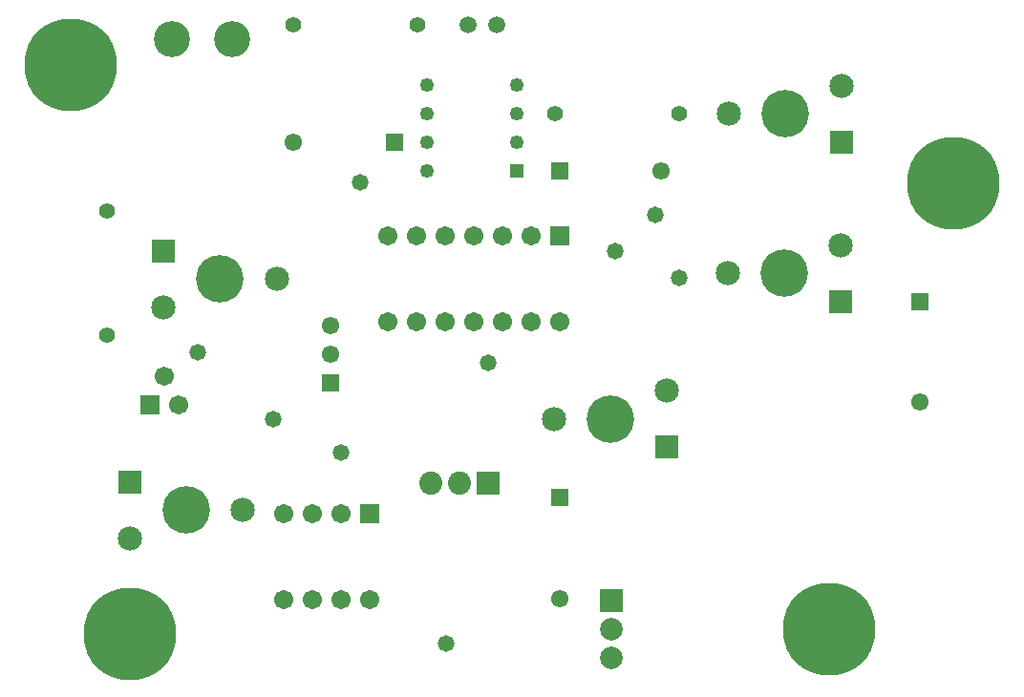
<source format=gbr>
%TF.GenerationSoftware,Altium Limited,Altium Designer,25.1.2 (22)*%
G04 Layer_Color=16711935*
%FSLAX25Y25*%
%MOIN*%
%TF.SameCoordinates,C6B27E67-7A8A-4C38-9DB9-D7D7B609FA95*%
%TF.FilePolarity,Negative*%
%TF.FileFunction,Soldermask,Bot*%
%TF.Part,Single*%
G01*
G75*
%TA.AperFunction,ComponentPad*%
%ADD19R,0.04921X0.04921*%
%ADD20C,0.04921*%
%ADD23R,0.08071X0.08071*%
%ADD24C,0.08071*%
%ADD27R,0.07874X0.07874*%
%ADD28C,0.07874*%
%ADD34R,0.06102X0.06102*%
%ADD35C,0.06102*%
%ADD48C,0.12611*%
%ADD49C,0.05918*%
%ADD50C,0.05524*%
%ADD51R,0.06706X0.06706*%
%ADD52C,0.06706*%
%ADD53C,0.06115*%
%ADD54R,0.06115X0.06115*%
%ADD55C,0.16548*%
%ADD56C,0.08477*%
%ADD57R,0.08477X0.08477*%
%ADD58C,0.06700*%
%ADD59R,0.06700X0.06700*%
%ADD60R,0.06115X0.06115*%
%TA.AperFunction,ViaPad*%
%ADD61C,0.32296*%
%ADD62C,0.05800*%
D19*
X245153Y197000D02*
D03*
D20*
Y207000D02*
D03*
Y217000D02*
D03*
Y227000D02*
D03*
X213894D02*
D03*
Y217000D02*
D03*
Y207000D02*
D03*
Y197000D02*
D03*
D23*
X235394Y88126D02*
D03*
D24*
X225394D02*
D03*
X215394D02*
D03*
D27*
X278394Y47000D02*
D03*
D28*
Y37000D02*
D03*
Y27000D02*
D03*
D34*
X385827Y151339D02*
D03*
D35*
Y116378D02*
D03*
D48*
X125000Y243110D02*
D03*
X145866D02*
D03*
D49*
X238189Y248031D02*
D03*
X228189D02*
D03*
D50*
X167323D02*
D03*
X210630D02*
D03*
X102362Y183071D02*
D03*
Y139764D02*
D03*
X258740Y217000D02*
D03*
X302047D02*
D03*
D51*
X260394Y174500D02*
D03*
X193894Y77500D02*
D03*
D52*
X250394Y174500D02*
D03*
X240394D02*
D03*
X230394D02*
D03*
X220394D02*
D03*
X210394D02*
D03*
X200394D02*
D03*
X260394Y144500D02*
D03*
X250394D02*
D03*
X240394D02*
D03*
X230394D02*
D03*
X220394D02*
D03*
X210394D02*
D03*
X200394D02*
D03*
X163894Y47500D02*
D03*
X173894D02*
D03*
X183894D02*
D03*
X193894D02*
D03*
X163894Y77500D02*
D03*
X173894D02*
D03*
X183894D02*
D03*
D53*
X260394Y47783D02*
D03*
X180394Y143000D02*
D03*
Y133000D02*
D03*
X295610Y197000D02*
D03*
X167177Y207000D02*
D03*
D54*
X260394Y83217D02*
D03*
X180394Y123000D02*
D03*
D55*
X141732Y159449D02*
D03*
X129921Y78740D02*
D03*
X277894Y110500D02*
D03*
X338583Y161417D02*
D03*
X338894Y217000D02*
D03*
D56*
X122047Y149606D02*
D03*
X161417Y159449D02*
D03*
X110236Y68898D02*
D03*
X149606Y78740D02*
D03*
X258209Y110500D02*
D03*
X297579Y120343D02*
D03*
X358268Y171260D02*
D03*
X318898Y161417D02*
D03*
X358579Y226842D02*
D03*
X319209Y217000D02*
D03*
D57*
X122047Y169291D02*
D03*
X110236Y88583D02*
D03*
X297579Y100657D02*
D03*
X358268Y151575D02*
D03*
X358579Y207157D02*
D03*
D58*
X127394Y115500D02*
D03*
X122394Y125500D02*
D03*
D59*
X117394Y115500D02*
D03*
D60*
X260177Y197000D02*
D03*
X202610Y207000D02*
D03*
D61*
X89567Y234252D02*
D03*
X354331Y37000D02*
D03*
X110236Y35433D02*
D03*
X397638Y192913D02*
D03*
D62*
X133858Y133858D02*
D03*
X293701Y181890D02*
D03*
X190551Y193307D02*
D03*
X183858Y98819D02*
D03*
X160236Y110630D02*
D03*
X301969Y159843D02*
D03*
X235394Y130000D02*
D03*
X279528Y169291D02*
D03*
X220472Y32283D02*
D03*
%TF.MD5,442c47f4a158296a749162b3d7fb3a85*%
M02*

</source>
